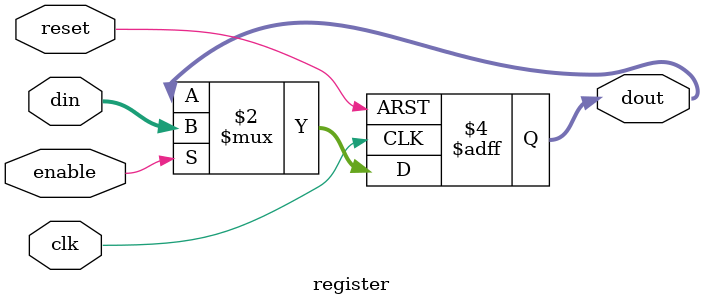
<source format=v>
`timescale 1ns / 1ps
module register(
    input wire [7:0] din,
    output reg [7:0] dout,
	 input wire clk,
    input wire enable,
    input wire reset
    );

always @(posedge clk or posedge reset)
      if (reset) begin
         dout <= 8'h00;
      end else if (enable) begin
         dout <= din;
      end

endmodule

</source>
